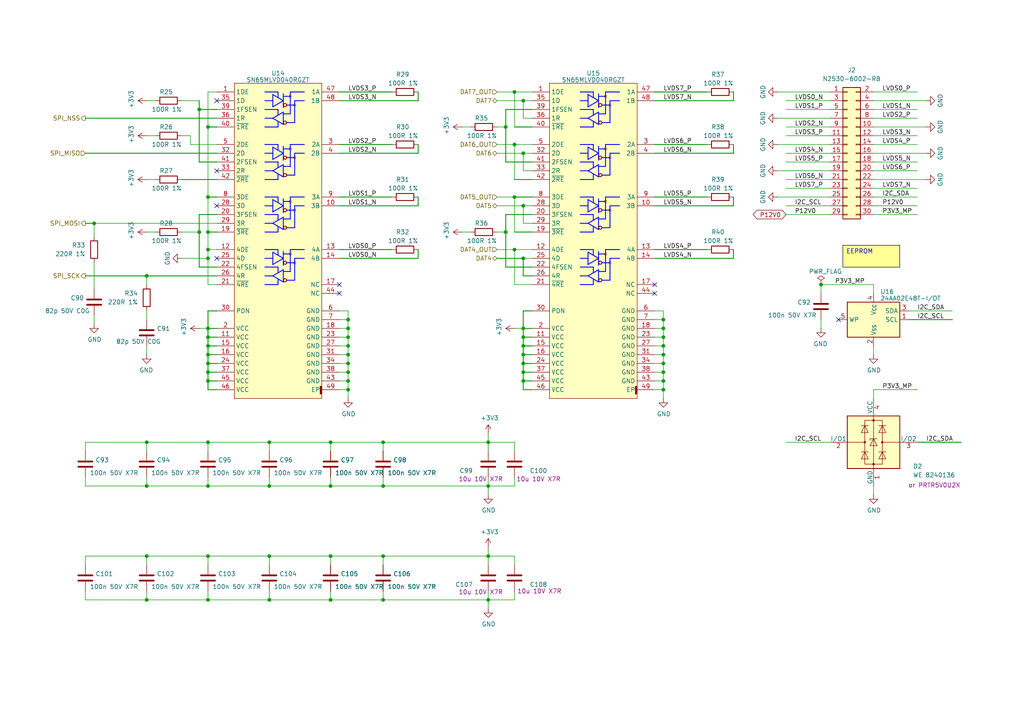
<source format=kicad_sch>
(kicad_sch (version 20250114) (generator "eeschema") (generator_version "9.0")
  (paper "A4")
  (lib_symbols
    (symbol "Connector_Generic:Conn_02x15_Odd_Even" (pin_names (offset 1.016) (hide yes))
      (property "Reference" "J" (at 1.27 20.32 0))
      (property "Value" "Conn_02x15_Odd_Even" (at 1.27 -20.32 0))
      (symbol "Conn_02x15_Odd_Even_1_1"
        (pin passive line (at -5.08 17.78 0) (length 3.81) (name "Pin_1") (number "1"))
        (pin passive line (at -5.08 15.24 0) (length 3.81) (name "Pin_3") (number "3"))
        (pin passive line (at -5.08 12.7 0) (length 3.81) (name "Pin_5") (number "5"))
        (pin passive line (at -5.08 10.16 0) (length 3.81) (name "Pin_7") (number "7"))
        (pin passive line (at -5.08 7.62 0) (length 3.81) (name "Pin_9") (number "9"))
        (pin passive line (at -5.08 5.08 0) (length 3.81) (name "Pin_11") (number "11"))
        (pin passive line (at -5.08 2.54 0) (length 3.81) (name "Pin_13") (number "13"))
        (pin passive line (at -5.08 0 0) (length 3.81) (name "Pin_15") (number "15"))
        (pin passive line (at -5.08 -2.54 0) (length 3.81) (name "Pin_17") (number "17"))
        (pin passive line (at -5.08 -5.08 0) (length 3.81) (name "Pin_19") (number "19"))
        (pin passive line (at -5.08 -7.62 0) (length 3.81) (name "Pin_21") (number "21"))
        (pin passive line (at -5.08 -10.16 0) (length 3.81) (name "Pin_23") (number "23"))
        (pin passive line (at -5.08 -12.7 0) (length 3.81) (name "Pin_25") (number "25"))
        (pin passive line (at -5.08 -15.24 0) (length 3.81) (name "Pin_27") (number "27"))
        (pin passive line (at -5.08 -17.78 0) (length 3.81) (name "Pin_29") (number "29"))
        (pin passive line (at 7.62 17.78 180) (length 3.81) (name "Pin_2") (number "2"))
        (pin passive line (at 7.62 15.24 180) (length 3.81) (name "Pin_4") (number "4"))
        (pin passive line (at 7.62 12.7 180) (length 3.81) (name "Pin_6") (number "6"))
        (pin passive line (at 7.62 10.16 180) (length 3.81) (name "Pin_8") (number "8"))
        (pin passive line (at 7.62 7.62 180) (length 3.81) (name "Pin_10") (number "10"))
        (pin passive line (at 7.62 5.08 180) (length 3.81) (name "Pin_12") (number "12"))
        (pin passive line (at 7.62 2.54 180) (length 3.81) (name "Pin_14") (number "14"))
        (pin passive line (at 7.62 0 180) (length 3.81) (name "Pin_16") (number "16"))
        (pin passive line (at 7.62 -2.54 180) (length 3.81) (name "Pin_18") (number "18"))
        (pin passive line (at 7.62 -5.08 180) (length 3.81) (name "Pin_20") (number "20"))
        (pin passive line (at 7.62 -7.62 180) (length 3.81) (name "Pin_22") (number "22"))
        (pin passive line (at 7.62 -10.16 180) (length 3.81) (name "Pin_24") (number "24"))
        (pin passive line (at 7.62 -12.7 180) (length 3.81) (name "Pin_26") (number "26"))
        (pin passive line (at 7.62 -15.24 180) (length 3.81) (name "Pin_28") (number "28"))
        (pin passive line (at 7.62 -17.78 180) (length 3.81) (name "Pin_30") (number "30"))
      )
    )
    (symbol "Device:C" (pin_numbers (hide yes)) (pin_names (offset 0.254))
      (property "Reference" "C" (at 0.635 2.54 0))
      (property "Value" "C" (at 0.635 -2.54 0))
      (symbol "C_1_1"
        (pin passive line (at 0 3.81 270) (length 2.794) (name "~") (number "1"))
        (pin passive line (at 0 -3.81 90) (length 2.794) (name "~") (number "2"))
      )
    )
    (symbol "Device:R" (pin_numbers (hide yes)) (pin_names (offset 0))
      (property "Reference" "R" (at 2.032 0 90))
      (property "Value" "R" (at 0 0 90))
      (symbol "R_1_1"
        (pin passive line (at 0 3.81 270) (length 1.27) (name "~") (number "1"))
        (pin passive line (at 0 -3.81 90) (length 1.27) (name "~") (number "2"))
      )
    )
    (symbol "Memory_EEPROM:24AA02-OT"
      (property "Reference" "U" (at -7.62 6.35 0))
      (property "Value" "24AA02-OT" (at 2.54 -6.35 0))
      (symbol "24AA02-OT_1_1"
        (pin input line (at -10.16 0 0) (length 2.54) (name "WP") (number "5"))
        (pin power_in line (at 0 7.62 270) (length 2.54) (name "V_{CC}") (number "4"))
        (pin power_in line (at 0 -7.62 90) (length 2.54) (name "V_{SS}") (number "2"))
        (pin bidirectional line (at 10.16 2.54 180) (length 2.54) (name "SDA") (number "3"))
        (pin input line (at 10.16 0 180) (length 2.54) (name "SCL") (number "1"))
      )
    )
    (symbol "Power_Protection:PRTR5V0U2X" (pin_names (offset 0))
      (property "Reference" "D" (at 2.794 8.636 0))
      (property "Value" "PRTR5V0U2X" (at 8.128 -9.398 0))
      (symbol "PRTR5V0U2X_1_1"
        (pin passive line (at -12.7 0 0) (length 5.08) (name "I/O1") (number "2"))
        (pin passive line (at 0 12.7 270) (length 5.08) (name "VCC") (number "4"))
        (pin passive line (at 0 -12.7 90) (length 5.08) (name "GND") (number "1"))
        (pin passive line (at 12.7 0 180) (length 5.08) (name "I/O2") (number "3"))
      )
    )
    (symbol "ff:SN65MLVD040"
      (property "Reference" "U" (at 0 0 0))
      (property "Value" "SN65MLVD040RGZT" (at 0 0 0))
      (symbol "SN65MLVD040_1_0"
        (pin input line (at -5.08 -2.54 0) (length 5.08) (name "1DE") (number "1"))
        (pin input line (at -5.08 -5.08 0) (length 5.08) (name "1D") (number "35"))
        (pin input line (at -5.08 -7.62 0) (length 5.08) (name "1FSEN") (number "39"))
        (pin output line (at -5.08 -10.16 0) (length 5.08) (name "1R") (number "36"))
        (pin input line (at -5.08 -12.7 0) (length 5.08) (name "~{1RE}") (number "40"))
        (pin input line (at -5.08 -17.78 0) (length 5.08) (name "2DE") (number "5"))
        (pin input line (at -5.08 -20.32 0) (length 5.08) (name "2D") (number "32"))
        (pin input line (at -5.08 -22.86 0) (length 5.08) (name "2FSEN") (number "41"))
        (pin output line (at -5.08 -25.4 0) (length 5.08) (name "2R") (number "33"))
        (pin input line (at -5.08 -27.94 0) (length 5.08) (name "~{2RE}") (number "42"))
        (pin input line (at -5.08 -33.02 0) (length 5.08) (name "3DE") (number "8"))
        (pin input line (at -5.08 -35.56 0) (length 5.08) (name "3D") (number "28"))
        (pin input line (at -5.08 -38.1 0) (length 5.08) (name "3FSEN") (number "20"))
        (pin output line (at -5.08 -40.64 0) (length 5.08) (name "3R") (number "29"))
        (pin input line (at -5.08 -43.18 0) (length 5.08) (name "~{3RE}") (number "19"))
        (pin input line (at -5.08 -48.26 0) (length 5.08) (name "4DE") (number "12"))
        (pin input line (at -5.08 -50.8 0) (length 5.08) (name "4D") (number "25"))
        (pin input line (at -5.08 -53.34 0) (length 5.08) (name "4FSEN") (number "22"))
        (pin output line (at -5.08 -55.88 0) (length 5.08) (name "4R") (number "26"))
        (pin input line (at -5.08 -58.42 0) (length 5.08) (name "~{4RE}") (number "21"))
        (pin input line (at -5.08 -66.04 0) (length 5.08) (name "PDN") (number "30"))
        (pin power_in line (at -5.08 -71.12 0) (length 5.08) (name "VCC") (number "2"))
        (pin power_in line (at -5.08 -73.66 0) (length 5.08) (name "VCC") (number "11"))
        (pin power_in line (at -5.08 -76.2 0) (length 5.08) (name "VCC") (number "15"))
        (pin power_in line (at -5.08 -78.74 0) (length 5.08) (name "VCC") (number "16"))
        (pin power_in line (at -5.08 -81.28 0) (length 5.08) (name "VCC") (number "24"))
        (pin power_in line (at -5.08 -83.82 0) (length 5.08) (name "VCC") (number "37"))
        (pin power_in line (at -5.08 -86.36 0) (length 5.08) (name "VCC") (number "45"))
        (pin power_in line (at -5.08 -88.9 0) (length 5.08) (name "VCC") (number "46"))
        (pin bidirectional line (at 30.48 -2.54 180) (length 5.08) (name "1A") (number "47"))
        (pin bidirectional line (at 30.48 -5.08 180) (length 5.08) (name "1B") (number "48"))
        (pin bidirectional line (at 30.48 -17.78 180) (length 5.08) (name "2A") (number "3"))
        (pin bidirectional line (at 30.48 -20.32 180) (length 5.08) (name "2B") (number "4"))
        (pin bidirectional line (at 30.48 -33.02 180) (length 5.08) (name "3A") (number "9"))
        (pin bidirectional line (at 30.48 -35.56 180) (length 5.08) (name "3B") (number "10"))
        (pin bidirectional line (at 30.48 -48.26 180) (length 5.08) (name "4A") (number "13"))
        (pin bidirectional line (at 30.48 -50.8 180) (length 5.08) (name "4B") (number "14"))
        (pin passive line (at 30.48 -58.42 180) (length 5.08) (name "NC") (number "17"))
        (pin passive line (at 30.48 -60.96 180) (length 5.08) (name "NC") (number "44"))
        (pin power_in line (at 30.48 -66.04 180) (length 5.08) (name "GND") (number "6"))
        (pin power_in line (at 30.48 -68.58 180) (length 5.08) (name "GND") (number "7"))
        (pin power_in line (at 30.48 -71.12 180) (length 5.08) (name "GND") (number "18"))
        (pin power_in line (at 30.48 -73.66 180) (length 5.08) (name "GND") (number "23"))
        (pin power_in line (at 30.48 -76.2 180) (length 5.08) (name "GND") (number "27"))
        (pin power_in line (at 30.48 -78.74 180) (length 5.08) (name "GND") (number "31"))
        (pin power_in line (at 30.48 -81.28 180) (length 5.08) (name "GND") (number "34"))
        (pin power_in line (at 30.48 -83.82 180) (length 5.08) (name "GND") (number "38"))
        (pin power_in line (at 30.48 -86.36 180) (length 5.08) (name "GND") (number "43"))
        (pin power_in line (at 30.48 -88.9 180) (length 5.08) (name "EP") (number "49"))
      )
    )
    (symbol "power:+3V3" (power) (pin_numbers (hide yes)) (pin_names (offset 0) (hide yes))
      (property "Value" "+3V3" (at 0 3.556 0))
      (symbol "+3V3_1_1"
        (pin power_in line (at 0 0 90) (length 0) (name "~") (number "1"))
      )
    )
    (symbol "power:GND" (power) (pin_numbers (hide yes)) (pin_names (offset 0) (hide yes))
      (property "Value" "GND" (at 0 -3.81 0))
      (symbol "GND_1_1"
        (pin power_in line (at 0 0 270) (length 0) (name "~") (number "1"))
      )
    )
    (symbol "power:PWR_FLAG" (power) (pin_numbers (hide yes)) (pin_names (offset 0) (hide yes))
      (property "Value" "PWR_FLAG" (at 0 3.81 0))
      (symbol "PWR_FLAG_0_0"
        (pin power_out line (at 0 0 90) (length 0) (name "~") (number "1"))
      )
    )
  )
  (text_box "EEPROM\n" (at 244.475 71.12 0) (size 16.51 6.35) (margins 0.9525 0.9525 0.9525 0.9525) (stroke (width 0) (color 0 0 0 1)) (fill (type color) (color 255 255 150 1)) (effects (font (size 1.27 1.27)) (justify left top)))
  (junction (at 42.545 173.99))
  (junction (at 57.785 31.75))
  (junction (at 95.885 128.27))
  (junction (at 149.225 72.39))
  (junction (at 141.605 173.99))
  (junction (at 100.965 113.03))
  (junction (at 192.405 92.71))
  (junction (at 111.125 128.27))
  (junction (at 42.545 80.01))
  (junction (at 60.325 67.31))
  (junction (at 192.405 97.79))
  (junction (at 149.225 57.15))
  (junction (at 60.325 107.95))
  (junction (at 42.545 128.27))
  (junction (at 192.405 110.49))
  (junction (at 151.765 105.41))
  (junction (at 60.325 72.39))
  (junction (at 146.685 36.83))
  (junction (at 57.785 67.31))
  (junction (at 192.405 95.25))
  (junction (at 100.965 105.41))
  (junction (at 60.325 105.41))
  (junction (at 60.325 173.99))
  (junction (at 146.685 67.31))
  (junction (at 60.325 95.25))
  (junction (at 141.605 161.29))
  (junction (at 151.765 59.69))
  (junction (at 151.765 95.25))
  (junction (at 151.765 44.45))
  (junction (at 60.325 161.29))
  (junction (at 78.105 140.97))
  (junction (at 78.105 173.99))
  (junction (at 192.405 107.95))
  (junction (at 60.325 74.93))
  (junction (at 192.405 105.41))
  (junction (at 60.325 102.87))
  (junction (at 111.125 140.97))
  (junction (at 149.225 26.67))
  (junction (at 78.105 128.27))
  (junction (at 60.325 36.83))
  (junction (at 151.765 74.93))
  (junction (at 60.325 140.97))
  (junction (at 111.125 161.29))
  (junction (at 151.765 110.49))
  (junction (at 100.965 100.33))
  (junction (at 100.965 110.49))
  (junction (at 60.325 110.49))
  (junction (at 78.105 161.29))
  (junction (at 95.885 161.29))
  (junction (at 192.405 113.03))
  (junction (at 42.545 140.97))
  (junction (at 141.605 128.27))
  (junction (at 151.765 102.87))
  (junction (at 100.965 95.25))
  (junction (at 151.765 107.95))
  (junction (at 100.965 92.71))
  (junction (at 100.965 107.95))
  (junction (at 111.125 173.99))
  (junction (at 60.325 128.27))
  (junction (at 42.545 161.29))
  (junction (at 60.325 57.15))
  (junction (at 238.125 82.55))
  (junction (at 141.605 140.97))
  (junction (at 192.405 102.87))
  (junction (at 95.885 173.99))
  (junction (at 60.325 97.79))
  (junction (at 100.965 102.87))
  (junction (at 60.325 100.33))
  (junction (at 151.765 97.79))
  (junction (at 149.225 41.91))
  (junction (at 95.885 140.97))
  (junction (at 27.305 64.77))
  (junction (at 192.405 100.33))
  (junction (at 100.965 97.79))
  (junction (at 151.765 29.21))
  (junction (at 151.765 100.33))
  (no_connect (at 98.425 85.09))
  (no_connect (at 62.865 59.69))
  (no_connect (at 62.865 49.53))
  (no_connect (at 189.865 82.55))
  (no_connect (at 189.865 85.09))
  (no_connect (at 243.205 92.71))
  (no_connect (at 62.865 29.21))
  (no_connect (at 62.865 74.93))
  (no_connect (at 98.425 82.55))
  (wire (pts (xy 24.765 171.45) (xy 24.765 173.99)))
  (wire (pts (xy 100.965 113.03) (xy 100.965 110.49)))
  (wire (pts (xy 227.965 46.99) (xy 240.665 46.99)))
  (wire (pts (xy 57.785 31.75) (xy 57.785 29.21)) (stroke (width 0.254)))
  (wire (pts (xy 141.605 125.73) (xy 141.605 128.27)))
  (wire (pts (xy 98.425 105.41) (xy 100.965 105.41)))
  (wire (pts (xy 212.725 44.45) (xy 212.725 41.91)) (stroke (width 0.254)))
  (wire (pts (xy 151.765 97.79) (xy 154.305 97.79)) (stroke (width 0.254)))
  (wire (pts (xy 24.765 173.99) (xy 42.545 173.99)))
  (wire (pts (xy 78.105 128.27) (xy 95.885 128.27)))
  (wire (pts (xy 189.865 105.41) (xy 192.405 105.41)))
  (wire (pts (xy 27.305 76.2) (xy 27.305 83.82)))
  (wire (pts (xy 57.785 31.75) (xy 57.785 46.99)) (stroke (width 0.254)))
  (wire (pts (xy 98.425 100.33) (xy 100.965 100.33)))
  (wire (pts (xy 151.765 80.01) (xy 154.305 80.01)) (stroke (width 0.254)))
  (wire (pts (xy 62.865 31.75) (xy 57.785 31.75)) (stroke (width 0.254)))
  (wire (pts (xy 60.325 105.41) (xy 60.325 102.87)) (stroke (width 0.254)))
  (wire (pts (xy 42.545 171.45) (xy 42.545 173.99)))
  (wire (pts (xy 98.425 41.91) (xy 113.665 41.91)) (stroke (width 0.254)))
  (wire (pts (xy 189.865 26.67) (xy 205.105 26.67)) (stroke (width 0.254)))
  (wire (pts (xy 263.525 90.17) (xy 276.225 90.17)))
  (wire (pts (xy 136.525 36.83) (xy 133.985 36.83)))
  (wire (pts (xy 144.145 41.91) (xy 149.225 41.91)))
  (wire (pts (xy 42.545 161.29) (xy 42.545 163.83)))
  (wire (pts (xy 42.545 67.31) (xy 45.085 67.31)))
  (wire (pts (xy 121.285 29.21) (xy 121.285 26.67)) (stroke (width 0.254)))
  (wire (pts (xy 225.425 57.15) (xy 240.665 57.15)))
  (wire (pts (xy 60.325 171.45) (xy 60.325 173.99)))
  (wire (pts (xy 154.305 100.33) (xy 151.765 100.33)) (stroke (width 0.254)))
  (wire (pts (xy 146.685 31.75) (xy 154.305 31.75)) (stroke (width 0.254)))
  (wire (pts (xy 189.865 29.21) (xy 212.725 29.21)) (stroke (width 0.254)))
  (wire (pts (xy 149.225 67.31) (xy 154.305 67.31)) (stroke (width 0.254)))
  (wire (pts (xy 151.765 29.21) (xy 154.305 29.21)))
  (wire (pts (xy 42.545 138.43) (xy 42.545 140.97)))
  (wire (pts (xy 24.765 80.01) (xy 42.545 80.01)) (stroke (width 0.254)))
  (wire (pts (xy 212.725 29.21) (xy 212.725 26.67)) (stroke (width 0.254)))
  (wire (pts (xy 133.985 67.31) (xy 136.525 67.31)))
  (wire (pts (xy 98.425 95.25) (xy 100.965 95.25)))
  (wire (pts (xy 95.885 140.97) (xy 111.125 140.97)))
  (wire (pts (xy 151.765 90.17) (xy 151.765 95.25)) (stroke (width 0.254)))
  (wire (pts (xy 227.965 128.27) (xy 240.665 128.27)))
  (wire (pts (xy 225.425 41.91) (xy 240.665 41.91)))
  (wire (pts (xy 111.125 128.27) (xy 141.605 128.27)))
  (wire (pts (xy 189.865 59.69) (xy 212.725 59.69)) (stroke (width 0.254)))
  (wire (pts (xy 60.325 74.93) (xy 60.325 82.55)))
  (wire (pts (xy 60.325 110.49) (xy 60.325 107.95)) (stroke (width 0.254)))
  (wire (pts (xy 192.405 100.33) (xy 192.405 97.79)))
  (wire (pts (xy 253.365 102.87) (xy 253.365 100.33)))
  (wire (pts (xy 151.765 95.25) (xy 154.305 95.25)) (stroke (width 0.254)))
  (wire (pts (xy 98.425 29.21) (xy 121.285 29.21)) (stroke (width 0.254)))
  (wire (pts (xy 189.865 95.25) (xy 192.405 95.25)))
  (wire (pts (xy 98.425 44.45) (xy 121.285 44.45)) (stroke (width 0.254)))
  (wire (pts (xy 225.425 26.67) (xy 240.665 26.67)))
  (wire (pts (xy 225.425 34.29) (xy 240.665 34.29)))
  (wire (pts (xy 98.425 102.87) (xy 100.965 102.87)))
  (wire (pts (xy 189.865 97.79) (xy 192.405 97.79)))
  (wire (pts (xy 151.765 102.87) (xy 151.765 100.33)) (stroke (width 0.254)))
  (wire (pts (xy 141.605 140.97) (xy 141.605 138.43)))
  (wire (pts (xy 100.965 92.71) (xy 100.965 90.17)))
  (wire (pts (xy 253.365 49.53) (xy 266.065 49.53)))
  (wire (pts (xy 78.105 140.97) (xy 95.885 140.97)))
  (wire (pts (xy 95.885 173.99) (xy 111.125 173.99)))
  (wire (pts (xy 149.225 128.27) (xy 149.225 130.81)))
  (wire (pts (xy 42.545 161.29) (xy 60.325 161.29)))
  (wire (pts (xy 60.325 173.99) (xy 78.105 173.99)))
  (wire (pts (xy 154.305 64.77) (xy 151.765 64.77)))
  (wire (pts (xy 98.425 107.95) (xy 100.965 107.95)))
  (wire (pts (xy 154.305 74.93) (xy 151.765 74.93)))
  (wire (pts (xy 24.765 161.29) (xy 24.765 163.83)))
  (wire (pts (xy 98.425 26.67) (xy 113.665 26.67)) (stroke (width 0.254)))
  (wire (pts (xy 95.885 171.45) (xy 95.885 173.99)))
  (wire (pts (xy 253.365 62.23) (xy 266.065 62.23)))
  (wire (pts (xy 227.965 39.37) (xy 240.665 39.37)))
  (wire (pts (xy 62.865 100.33) (xy 60.325 100.33)) (stroke (width 0.254)))
  (wire (pts (xy 154.305 90.17) (xy 151.765 90.17)) (stroke (width 0.254)))
  (wire (pts (xy 253.365 52.07) (xy 268.605 52.07)))
  (wire (pts (xy 60.325 97.79) (xy 60.325 95.25)) (stroke (width 0.254)))
  (wire (pts (xy 57.785 77.47) (xy 62.865 77.47)) (stroke (width 0.254)))
  (wire (pts (xy 151.765 34.29) (xy 151.765 29.21)))
  (wire (pts (xy 60.325 72.39) (xy 60.325 74.93)))
  (wire (pts (xy 27.305 91.44) (xy 27.305 93.98)))
  (wire (pts (xy 62.865 90.17) (xy 60.325 90.17)) (stroke (width 0.254)))
  (wire (pts (xy 24.765 64.77) (xy 27.305 64.77)) (stroke (width 0.254)))
  (wire (pts (xy 45.085 29.21) (xy 42.545 29.21)))
  (wire (pts (xy 24.765 138.43) (xy 24.765 140.97)))
  (wire (pts (xy 62.865 110.49) (xy 60.325 110.49)) (stroke (width 0.254)))
  (wire (pts (xy 144.145 57.15) (xy 149.225 57.15)))
  (wire (pts (xy 253.365 82.55) (xy 253.365 85.09)))
  (wire (pts (xy 149.225 26.67) (xy 154.305 26.67)))
  (wire (pts (xy 57.785 67.31) (xy 57.785 77.47)) (stroke (width 0.254)))
  (wire (pts (xy 212.725 74.93) (xy 212.725 72.39)) (stroke (width 0.254)))
  (wire (pts (xy 212.725 59.69) (xy 212.725 57.15)) (stroke (width 0.254)))
  (wire (pts (xy 192.405 107.95) (xy 192.405 105.41)))
  (wire (pts (xy 45.085 52.07) (xy 42.545 52.07)))
  (wire (pts (xy 151.765 105.41) (xy 151.765 102.87)) (stroke (width 0.254)))
  (wire (pts (xy 149.225 82.55) (xy 154.305 82.55)))
  (wire (pts (xy 141.605 128.27) (xy 141.605 130.81)))
  (wire (pts (xy 24.765 140.97) (xy 42.545 140.97)))
  (wire (pts (xy 42.545 128.27) (xy 42.545 130.81)))
  (wire (pts (xy 27.305 64.77) (xy 62.865 64.77)))
  (wire (pts (xy 146.685 62.23) (xy 146.685 67.31)) (stroke (width 0.254)))
  (wire (pts (xy 57.785 62.23) (xy 57.785 67.31)) (stroke (width 0.254)))
  (wire (pts (xy 60.325 138.43) (xy 60.325 140.97)))
  (wire (pts (xy 42.545 173.99) (xy 60.325 173.99)))
  (wire (pts (xy 121.285 59.69) (xy 121.285 57.15)) (stroke (width 0.254)))
  (wire (pts (xy 98.425 110.49) (xy 100.965 110.49)))
  (wire (pts (xy 144.145 74.93) (xy 151.765 74.93)) (stroke (width 0.254)))
  (wire (pts (xy 149.225 95.25) (xy 151.765 95.25)))
  (wire (pts (xy 95.885 163.83) (xy 95.885 161.29)))
  (wire (pts (xy 189.865 72.39) (xy 205.105 72.39)) (stroke (width 0.254)))
  (wire (pts (xy 151.765 44.45) (xy 154.305 44.45)))
  (wire (pts (xy 149.225 36.83) (xy 154.305 36.83)) (stroke (width 0.254)))
  (wire (pts (xy 154.305 34.29) (xy 151.765 34.29)))
  (wire (pts (xy 60.325 107.95) (xy 60.325 105.41)) (stroke (width 0.254)))
  (wire (pts (xy 100.965 90.17) (xy 98.425 90.17)))
  (wire (pts (xy 98.425 57.15) (xy 113.665 57.15)) (stroke (width 0.254)))
  (wire (pts (xy 60.325 57.15) (xy 60.325 67.31)))
  (wire (pts (xy 149.225 57.15) (xy 154.305 57.15)) (stroke (width 0.254)))
  (wire (pts (xy 60.325 113.03) (xy 60.325 110.49)) (stroke (width 0.254)))
  (wire (pts (xy 60.325 36.83) (xy 62.865 36.83)) (stroke (width 0.254)))
  (wire (pts (xy 144.145 72.39) (xy 149.225 72.39)))
  (wire (pts (xy 227.965 44.45) (xy 240.665 44.45)))
  (wire (pts (xy 121.285 74.93) (xy 121.285 72.39)) (stroke (width 0.254)))
  (wire (pts (xy 151.765 107.95) (xy 151.765 105.41)) (stroke (width 0.254)))
  (wire (pts (xy 78.105 161.29) (xy 95.885 161.29)))
  (wire (pts (xy 60.325 36.83) (xy 60.325 57.15)))
  (wire (pts (xy 253.365 113.03) (xy 253.365 115.57)))
  (wire (pts (xy 227.965 31.75) (xy 240.665 31.75)))
  (wire (pts (xy 238.125 82.55) (xy 253.365 82.55)))
  (wire (pts (xy 95.885 130.81) (xy 95.885 128.27)))
  (wire (pts (xy 42.545 80.01) (xy 62.865 80.01)) (stroke (width 0.254)))
  (wire (pts (xy 57.785 95.25) (xy 60.325 95.25)))
  (wire (pts (xy 151.765 64.77) (xy 151.765 59.69)))
  (wire (pts (xy 141.605 140.97) (xy 149.225 140.97)))
  (wire (pts (xy 149.225 52.07) (xy 154.305 52.07)) (stroke (width 0.254)))
  (wire (pts (xy 227.965 29.21) (xy 240.665 29.21)))
  (wire (pts (xy 24.765 128.27) (xy 24.765 130.81)))
  (wire (pts (xy 238.125 82.55) (xy 238.125 85.09)))
  (wire (pts (xy 52.705 39.37) (xy 55.245 39.37)))
  (wire (pts (xy 60.325 67.31) (xy 62.865 67.31)) (stroke (width 0.254)))
  (wire (pts (xy 227.965 62.23) (xy 240.665 62.23)))
  (wire (pts (xy 55.245 39.37) (xy 55.245 41.91)))
  (wire (pts (xy 141.605 143.51) (xy 141.605 140.97)))
  (wire (pts (xy 253.365 41.91) (xy 266.065 41.91)))
  (wire (pts (xy 144.145 44.45) (xy 151.765 44.45)))
  (wire (pts (xy 149.225 26.67) (xy 149.225 36.83)))
  (wire (pts (xy 62.865 62.23) (xy 57.785 62.23)) (stroke (width 0.254)))
  (wire (pts (xy 253.365 44.45) (xy 268.605 44.45)))
  (wire (pts (xy 192.405 95.25) (xy 192.405 92.71)))
  (wire (pts (xy 27.305 64.77) (xy 27.305 68.58)))
  (wire (pts (xy 52.705 52.07) (xy 62.865 52.07)) (stroke (width 0.254)))
  (wire (pts (xy 192.405 105.41) (xy 192.405 102.87)))
  (wire (pts (xy 238.125 95.25) (xy 238.125 92.71)))
  (wire (pts (xy 154.305 110.49) (xy 151.765 110.49)) (stroke (width 0.254)))
  (wire (pts (xy 98.425 72.39) (xy 113.665 72.39)) (stroke (width 0.254)))
  (wire (pts (xy 154.305 49.53) (xy 151.765 49.53)))
  (wire (pts (xy 24.765 161.29) (xy 42.545 161.29)))
  (wire (pts (xy 149.225 140.97) (xy 149.225 138.43)))
  (wire (pts (xy 151.765 113.03) (xy 151.765 110.49)) (stroke (width 0.254)))
  (wire (pts (xy 253.365 26.67) (xy 266.065 26.67)))
  (wire (pts (xy 149.225 41.91) (xy 149.225 52.07)))
  (wire (pts (xy 192.405 113.03) (xy 192.405 110.49)))
  (wire (pts (xy 95.885 161.29) (xy 111.125 161.29)))
  (wire (pts (xy 192.405 90.17) (xy 189.865 90.17)))
  (wire (pts (xy 189.865 92.71) (xy 192.405 92.71)))
  (wire (pts (xy 100.965 97.79) (xy 100.965 95.25)))
  (wire (pts (xy 55.245 41.91) (xy 62.865 41.91)))
  (wire (pts (xy 189.865 57.15) (xy 205.105 57.15)) (stroke (width 0.254)))
  (wire (pts (xy 62.865 46.99) (xy 57.785 46.99)) (stroke (width 0.254)))
  (wire (pts (xy 192.405 110.49) (xy 192.405 107.95)))
  (wire (pts (xy 151.765 107.95) (xy 154.305 107.95)) (stroke (width 0.254)))
  (wire (pts (xy 253.365 39.37) (xy 266.065 39.37)))
  (wire (pts (xy 151.765 74.93) (xy 151.765 80.01)))
  (wire (pts (xy 52.705 29.21) (xy 57.785 29.21)))
  (wire (pts (xy 253.365 34.29) (xy 266.065 34.29)))
  (wire (pts (xy 146.685 36.83) (xy 146.685 46.99)) (stroke (width 0.254)))
  (wire (pts (xy 189.865 107.95) (xy 192.405 107.95)))
  (wire (pts (xy 141.605 173.99) (xy 141.605 171.45)))
  (wire (pts (xy 192.405 102.87) (xy 192.405 100.33)))
  (wire (pts (xy 253.365 143.51) (xy 253.365 140.97)))
  (wire (pts (xy 60.325 90.17) (xy 60.325 95.25)) (stroke (width 0.254)))
  (wire (pts (xy 98.425 92.71) (xy 100.965 92.71)))
  (wire (pts (xy 98.425 59.69) (xy 121.285 59.69)) (stroke (width 0.254)))
  (wire (pts (xy 60.325 128.27) (xy 60.325 130.81)))
  (wire (pts (xy 144.145 26.67) (xy 149.225 26.67)))
  (wire (pts (xy 144.145 29.21) (xy 151.765 29.21)))
  (wire (pts (xy 154.305 46.99) (xy 146.685 46.99)) (stroke (width 0.254)))
  (wire (pts (xy 60.325 97.79) (xy 62.865 97.79)) (stroke (width 0.254)))
  (wire (pts (xy 189.865 102.87) (xy 192.405 102.87)))
  (wire (pts (xy 60.325 82.55) (xy 62.865 82.55)))
  (wire (pts (xy 189.865 44.45) (xy 212.725 44.45)) (stroke (width 0.254)))
  (wire (pts (xy 95.885 128.27) (xy 111.125 128.27)))
  (wire (pts (xy 111.125 138.43) (xy 111.125 140.97)))
  (wire (pts (xy 253.365 54.61) (xy 266.065 54.61)))
  (wire (pts (xy 60.325 128.27) (xy 78.105 128.27)))
  (wire (pts (xy 42.545 100.33) (xy 42.545 102.87)))
  (wire (pts (xy 253.365 36.83) (xy 268.605 36.83)))
  (wire (pts (xy 141.605 128.27) (xy 149.225 128.27)))
  (wire (pts (xy 146.685 77.47) (xy 154.305 77.47)) (stroke (width 0.254)))
  (wire (pts (xy 78.105 161.29) (xy 78.105 163.83)))
  (wire (pts (xy 111.125 161.29) (xy 111.125 163.83)))
  (wire (pts (xy 151.765 100.33) (xy 151.765 97.79)) (stroke (width 0.254)))
  (wire (pts (xy 225.425 49.53) (xy 240.665 49.53)))
  (wire (pts (xy 98.425 97.79) (xy 100.965 97.79)))
  (wire (pts (xy 111.125 173.99) (xy 141.605 173.99)))
  (wire (pts (xy 192.405 115.57) (xy 192.405 113.03)))
  (wire (pts (xy 52.705 67.31) (xy 57.785 67.31)))
  (wire (pts (xy 78.105 173.99) (xy 95.885 173.99)))
  (wire (pts (xy 154.305 113.03) (xy 151.765 113.03)) (stroke (width 0.254)))
  (wire (pts (xy 62.865 113.03) (xy 60.325 113.03)) (stroke (width 0.254)))
  (wire (pts (xy 141.605 158.75) (xy 141.605 161.29)))
  (wire (pts (xy 192.405 97.79) (xy 192.405 95.25)))
  (wire (pts (xy 227.965 52.07) (xy 240.665 52.07)))
  (wire (pts (xy 60.325 161.29) (xy 60.325 163.83)))
  (wire (pts (xy 146.685 31.75) (xy 146.685 36.83)) (stroke (width 0.254)))
  (wire (pts (xy 146.685 67.31) (xy 146.685 77.47)) (stroke (width 0.254)))
  (wire (pts (xy 151.765 59.69) (xy 154.305 59.69)))
  (wire (pts (xy 100.965 107.95) (xy 100.965 105.41)))
  (wire (pts (xy 98.425 74.93) (xy 121.285 74.93)) (stroke (width 0.254)))
  (wire (pts (xy 189.865 100.33) (xy 192.405 100.33)))
  (wire (pts (xy 100.965 115.57) (xy 100.965 113.03)))
  (wire (pts (xy 60.325 67.31) (xy 60.325 72.39)))
  (wire (pts (xy 42.545 80.01) (xy 42.545 82.55)))
  (wire (pts (xy 24.765 44.45) (xy 62.865 44.45)) (stroke (width 0.254)))
  (wire (pts (xy 266.065 128.27) (xy 278.765 128.27)) (stroke (width 0.254)))
  (wire (pts (xy 111.125 171.45) (xy 111.125 173.99)))
  (wire (pts (xy 42.545 128.27) (xy 60.325 128.27)))
  (wire (pts (xy 60.325 26.67) (xy 62.865 26.67)))
  (wire (pts (xy 78.105 138.43) (xy 78.105 140.97)))
  (wire (pts (xy 253.365 31.75) (xy 266.065 31.75)))
  (wire (pts (xy 144.145 67.31) (xy 146.685 67.31)))
  (wire (pts (xy 141.605 176.53) (xy 141.605 173.99)))
  (wire (pts (xy 144.145 36.83) (xy 146.685 36.83)))
  (wire (pts (xy 149.225 72.39) (xy 154.305 72.39)))
  (wire (pts (xy 100.965 102.87) (xy 100.965 100.33)))
  (wire (pts (xy 60.325 57.15) (xy 62.865 57.15)) (stroke (width 0.254)))
  (wire (pts (xy 227.965 36.83) (xy 240.665 36.83)))
  (wire (pts (xy 227.965 59.69) (xy 240.665 59.69)))
  (wire (pts (xy 189.865 41.91) (xy 205.105 41.91)) (stroke (width 0.254)))
  (wire (pts (xy 98.425 113.03) (xy 100.965 113.03)))
  (wire (pts (xy 149.225 57.15) (xy 149.225 67.31)))
  (wire (pts (xy 78.105 128.27) (xy 78.105 130.81)))
  (wire (pts (xy 146.685 62.23) (xy 154.305 62.23)) (stroke (width 0.254)))
  (wire (pts (xy 78.105 171.45) (xy 78.105 173.99)))
  (wire (pts (xy 151.765 102.87) (xy 154.305 102.87)) (stroke (width 0.254)))
  (wire (pts (xy 60.325 102.87) (xy 60.325 100.33)) (stroke (width 0.254)))
  (wire (pts (xy 141.605 173.99) (xy 149.225 173.99)))
  (wire (pts (xy 192.405 92.71) (xy 192.405 90.17)))
  (wire (pts (xy 60.325 107.95) (xy 62.865 107.95)) (stroke (width 0.254)))
  (wire (pts (xy 253.365 29.21) (xy 268.605 29.21)))
  (wire (pts (xy 60.325 72.39) (xy 62.865 72.39)))
  (wire (pts (xy 100.965 105.41) (xy 100.965 102.87)))
  (wire (pts (xy 151.765 97.79) (xy 151.765 95.25)) (stroke (width 0.254)))
  (wire (pts (xy 253.365 57.15) (xy 266.065 57.15)))
  (wire (pts (xy 95.885 138.43) (xy 95.885 140.97)))
  (wire (pts (xy 111.125 140.97) (xy 141.605 140.97)))
  (wire (pts (xy 100.965 100.33) (xy 100.965 97.79)))
  (wire (pts (xy 111.125 161.29) (xy 141.605 161.29)))
  (wire (pts (xy 100.965 95.25) (xy 100.965 92.71)))
  (wire (pts (xy 42.545 140.97) (xy 60.325 140.97)))
  (wire (pts (xy 62.865 105.41) (xy 60.325 105.41)) (stroke (width 0.254)))
  (wire (pts (xy 141.605 161.29) (xy 149.225 161.29)))
  (wire (pts (xy 149.225 173.99) (xy 149.225 171.45)))
  (wire (pts (xy 42.545 90.17) (xy 42.545 92.71)))
  (wire (pts (xy 60.325 26.67) (xy 60.325 36.83)))
  (wire (pts (xy 154.305 41.91) (xy 149.225 41.91)))
  (wire (pts (xy 253.365 113.03) (xy 266.065 113.03)))
  (wire (pts (xy 144.145 59.69) (xy 151.765 59.69)))
  (wire (pts (xy 52.705 74.93) (xy 60.325 74.93)))
  (wire (pts (xy 60.325 102.87) (xy 62.865 102.87)) (stroke (width 0.254)))
  (wire (pts (xy 60.325 140.97) (xy 78.105 140.97)))
  (wire (pts (xy 189.865 113.03) (xy 192.405 113.03)))
  (wire (pts (xy 121.285 44.45) (xy 121.285 41.91)) (stroke (width 0.254)))
  (wire (pts (xy 227.965 54.61) (xy 240.665 54.61)))
  (wire (pts (xy 149.225 72.39) (xy 149.225 82.55)))
  (wire (pts (xy 60.325 95.25) (xy 62.865 95.25)) (stroke (width 0.254)))
  (wire (pts (xy 100.965 110.49) (xy 100.965 107.95)))
  (wire (pts (xy 151.765 74.93) (xy 151.765 80.01)) (stroke (width 0.254)))
  (wire (pts (xy 141.605 161.29) (xy 141.605 163.83)))
  (wire (pts (xy 45.085 39.37) (xy 42.545 39.37)))
  (wire (pts (xy 24.765 128.27) (xy 42.545 128.27)))
  (wire (pts (xy 151.765 49.53) (xy 151.765 44.45)))
  (wire (pts (xy 263.525 92.71) (xy 276.225 92.71)) (stroke (width 0.254)))
  (wire (pts (xy 60.325 100.33) (xy 60.325 97.79)) (stroke (width 0.254)))
  (wire (pts (xy 253.365 46.99) (xy 266.065 46.99)))
  (wire (pts (xy 151.765 110.49) (xy 151.765 107.95)) (stroke (width 0.254)))
  (wire (pts (xy 189.865 74.93) (xy 212.725 74.93)) (stroke (width 0.254)))
  (wire (pts (xy 24.765 34.29) (xy 62.865 34.29)) (stroke (width 0.254)))
  (wire (pts (xy 189.865 110.49) (xy 192.405 110.49)))
  (wire (pts (xy 111.125 128.27) (xy 111.125 130.81)))
  (wire (pts (xy 253.365 59.69) (xy 266.065 59.69)))
  (wire (pts (xy 149.225 161.29) (xy 149.225 163.83)))
  (wire (pts (xy 60.325 161.29) (xy 78.105 161.29)))
  (wire (pts (xy 154.305 105.41) (xy 151.765 105.41)) (stroke (width 0.254)))
  (label "LVDS3_N" (at 255.905 39.37 0))
  (label "I2C_SCL" (at 266.065 92.71 0))
  (label "P3V3_MP" (at 255.905 62.23 0))
  (label "LVDS0_P" (at 100.965 72.39 0))
  (label "P12V0" (at 255.905 59.69 0))
  (label "LVDS1_N" (at 255.905 31.75 0))
  (label "LVDS5_P" (at 192.405 57.15 0))
  (label "LVDS4_P" (at 255.905 41.91 0))
  (label "LVDS7_N" (at 255.905 54.61 0))
  (label "I2C_SDA" (at 255.905 57.15 0))
  (label "LVDS2_P" (at 255.905 34.29 0))
  (label "LVDS4_P" (at 192.405 72.39 0))
  (label "LVDS6_P" (at 255.905 49.53 0))
  (label "LVDS5_N" (at 255.905 46.99 0))
  (label "LVDS1_N" (at 100.965 59.69 0))
  (label "I2C_SDA" (at 268.605 128.27 0))
  (label "LVDS2_N" (at 230.505 36.83 0))
  (label "LVDS6_N" (at 230.505 52.07 0))
  (label "LVDS0_P" (at 255.905 26.67 0))
  (label "I2C_SCL" (at 230.505 128.27 0))
  (label "LVDS7_P" (at 230.505 54.61 0))
  (label "LVDS2_P" (at 100.965 41.91 0))
  (label "P3V3_MP" (at 255.905 113.03 0))
  (label "LVDS4_N" (at 230.505 44.45 0))
  (label "LVDS1_P" (at 230.505 31.75 0))
  (label "LVDS0_N" (at 230.505 29.21 0))
  (label "I2C_SCL" (at 230.505 59.69 0))
  (label "LVDS3_P" (at 100.965 26.67 0))
  (label "LVDS3_N" (at 100.965 29.21 0))
  (label "LVDS5_N" (at 192.405 59.69 0))
  (label "LVDS7_P" (at 192.405 26.67 0))
  (label "P12V0" (at 230.505 62.23 0))
  (label "P3V3_MP" (at 250.825 82.55 180))
  (label "LVDS3_P" (at 230.505 39.37 0))
  (label "LVDS6_P" (at 192.405 41.91 0))
  (label "LVDS7_N" (at 192.405 29.21 0))
  (label "LVDS6_N" (at 192.405 44.45 0))
  (label "LVDS2_N" (at 100.965 44.45 0))
  (label "I2C_SDA" (at 266.065 90.17 0))
  (label "LVDS4_N" (at 192.405 74.93 0))
  (label "LVDS1_P" (at 100.965 57.15 0))
  (label "LVDS0_N" (at 100.965 74.93 0))
  (label "LVDS5_P" (at 230.505 46.99 0))
  (global_label "P12V0" (shape bidirectional) (at 227.965 62.23 180) (property "Intersheetrefs" "${INTERSHEET_REFS}" (effects (hide yes))))
  (hierarchical_label "SPI_MOSI" (shape output) (at 24.765 64.77 180))
  (hierarchical_label "DAT6" (shape bidirectional) (at 144.145 44.45 180))
  (hierarchical_label "SPI_NSS" (shape output) (at 24.765 34.29 180))
  (hierarchical_label "DAT5" (shape bidirectional) (at 144.145 59.69 180))
  (hierarchical_label "SPI_MISO" (shape input) (at 24.765 44.45 180))
  (hierarchical_label "DAT7_OUT" (shape input) (at 144.145 26.67 180))
  (hierarchical_label "DAT4_OUT" (shape input) (at 144.145 72.39 180))
  (hierarchical_label "DAT7" (shape bidirectional) (at 144.145 29.21 180))
  (hierarchical_label "DAT5_OUT" (shape input) (at 144.145 57.15 180))
  (hierarchical_label "DAT4" (shape bidirectional) (at 144.145 74.93 180))
  (hierarchical_label "DAT6_OUT" (shape input) (at 144.145 41.91 180))
  (hierarchical_label "SPI_SCK" (shape output) (at 24.765 80.01 180))
  (symbol (lib_id "Device:C") (at 141.605 167.64 0) (mirror y) (unit 1)
    (property "Reference" "C107" (at 137.16 169.545 0) (effects (justify left)))
    (property "Value" "GRM21BR71A106KA73L" (effects (hide yes)))
    (property "Footprint" "Capacitor_SMD:C_0805_2012Metric" (effects (hide yes)))
    (property "Description" "Unpolarized capacitor" (effects (hide yes)))
    (property "Comm" "10u 10V X7R" (at 139.446 171.704 0))
  )
  (symbol (lib_id "Device:C") (at 27.305 87.63 0) (mirror y) (unit 1)
    (property "Reference" "C90" (at 24.384 86.4362 0) (effects (justify left)))
    (property "Value" "82p 50V C0G" (at 26.035 90.17 0) (effects (justify left)))
    (property "Footprint" "Capacitor_SMD:C_0603_1608Metric" (effects (hide yes)))
    (property "Description" "Unpolarized capacitor" (effects (hide yes)))
  )
  (symbol (lib_id "Device:C") (at 95.885 167.64 0) (unit 1)
    (property "Reference" "C105" (at 98.806 166.4462 0) (effects (justify left)))
    (property "Value" "100n 50V X7R" (at 97.155 170.18 0) (effects (justify left)))
    (property "Footprint" "Capacitor_SMD:C_0603_1608Metric" (effects (hide yes)))
    (property "Description" "Unpolarized capacitor" (effects (hide yes)))
  )
  (symbol (lib_id "power:GND") (at 192.405 115.57 0) (unit 1)
    (property "Reference" "#PWR0166" (effects (hide yes)))
    (property "Value" "GND" (at 192.532 120.0658 0))
    (property "Description" "Power symbol creates a global label with name \"GND\" , ground" (effects (hide yes)))
  )
  (symbol (lib_id "power:GND") (at 238.125 95.25 0) (mirror y) (unit 1)
    (property "Reference" "#PWR0172" (effects (hide yes)))
    (property "Value" "GND" (at 237.998 99.7458 0))
    (property "Description" "Power symbol creates a global label with name \"GND\" , ground" (effects (hide yes)))
  )
  (symbol (lib_id "power:GND") (at 253.365 143.51 0) (unit 1)
    (property "Reference" "#PWR0174" (effects (hide yes)))
    (property "Value" "GND" (at 253.492 148.0058 0))
    (property "Description" "Power symbol creates a global label with name \"GND\" , ground" (effects (hide yes)))
  )
  (symbol (lib_id "Device:R") (at 117.475 41.91 270) (unit 1)
    (property "Reference" "R30" (at 118.745 36.83 90) (effects (justify right)))
    (property "Value" "100R 1%" (at 121.285 39.37 90) (effects (justify right)))
    (property "Footprint" "Resistor_SMD:R_0603_1608Metric" (effects (hide yes)))
    (property "Description" "Resistor" (effects (hide yes)))
  )
  (symbol (lib_id "Device:C") (at 95.885 134.62 0) (unit 1)
    (property "Reference" "C97" (at 98.806 133.4262 0) (effects (justify left)))
    (property "Value" "100n 50V X7R" (at 97.155 137.16 0) (effects (justify left)))
    (property "Footprint" "Capacitor_SMD:C_0603_1608Metric" (effects (hide yes)))
    (property "Description" "Unpolarized capacitor" (effects (hide yes)))
  )
  (symbol (lib_id "power:+3V3") (at 149.225 95.25 90) (unit 1)
    (property "Reference" "#PWR0165" (effects (hide yes)))
    (property "Value" "+3V3" (at 144.7292 94.869 0))
    (property "Description" "Power symbol creates a global label with name \"+3V3\"" (effects (hide yes)))
  )
  (symbol (lib_id "Device:C") (at 78.105 167.64 0) (unit 1)
    (property "Reference" "C104" (at 81.026 166.4462 0) (effects (justify left)))
    (property "Value" "100n 50V X7R" (at 79.375 170.18 0) (effects (justify left)))
    (property "Footprint" "Capacitor_SMD:C_0603_1608Metric" (effects (hide yes)))
    (property "Description" "Unpolarized capacitor" (effects (hide yes)))
  )
  (symbol (lib_id "power:+3V3") (at 133.985 67.31 90) (unit 1)
    (property "Reference" "#PWR0160" (effects (hide yes)))
    (property "Value" "+3V3" (at 129.4892 66.929 0))
    (property "Description" "Power symbol creates a global label with name \"+3V3\"" (effects (hide yes)))
  )
  (symbol (lib_id "Device:C") (at 24.765 167.64 0) (unit 1)
    (property "Reference" "C101" (at 27.686 166.4462 0) (effects (justify left)))
    (property "Value" "100n 50V X7R" (at 26.035 170.18 0) (effects (justify left)))
    (property "Footprint" "Capacitor_SMD:C_0603_1608Metric" (effects (hide yes)))
    (property "Description" "Unpolarized capacitor" (effects (hide yes)))
  )
  (symbol (lib_id "Device:R") (at 48.895 39.37 270) (unit 1)
    (property "Reference" "R26" (at 50.165 36.83 90) (effects (justify right)))
    (property "Value" "100R 1%" (at 52.705 41.91 90) (effects (justify right)))
    (property "Footprint" "Resistor_SMD:R_0603_1608Metric" (effects (hide yes)))
    (property "Description" "Resistor" (effects (hide yes)))
  )
  (symbol (lib_id "power:GND") (at 253.365 102.87 0) (unit 1)
    (property "Reference" "#PWR0173" (effects (hide yes)))
    (property "Value" "GND" (at 253.492 107.3658 0))
    (property "Description" "Power symbol creates a global label with name \"GND\" , ground" (effects (hide yes)))
  )
  (symbol (lib_id "Device:C") (at 78.105 134.62 0) (unit 1)
    (property "Reference" "C96" (at 81.026 133.4262 0) (effects (justify left)))
    (property "Value" "100n 50V X7R" (at 79.375 137.16 0) (effects (justify left)))
    (property "Footprint" "Capacitor_SMD:C_0603_1608Metric" (effects (hide yes)))
    (property "Description" "Unpolarized capacitor" (effects (hide yes)))
  )
  (symbol (lib_id "Device:R") (at 48.895 29.21 270) (unit 1)
    (property "Reference" "R25" (at 50.165 26.67 90) (effects (justify right)))
    (property "Value" "100R 1%" (at 52.705 31.75 90) (effects (justify right)))
    (property "Footprint" "Resistor_SMD:R_0603_1608Metric" (effects (hide yes)))
    (property "Description" "Resistor" (effects (hide yes)))
  )
  (symbol (lib_id "Device:R") (at 42.545 86.36 0) (unit 1)
    (property "Reference" "R34" (at 40.005 85.09 0) (effects (justify right)))
    (property "Value" "220R 1%" (at 40.005 87.63 0) (effects (justify right)))
    (property "Footprint" "Resistor_SMD:R_0603_1608Metric" (effects (hide yes)))
    (property "Description" "Resistor" (effects (hide yes)))
  )
  (symbol (lib_id "Device:C") (at 42.545 134.62 0) (unit 1)
    (property "Reference" "C94" (at 45.466 133.4262 0) (effects (justify left)))
    (property "Value" "100n 50V X7R" (at 43.815 137.16 0) (effects (justify left)))
    (property "Footprint" "Capacitor_SMD:C_0603_1608Metric" (effects (hide yes)))
    (property "Description" "Unpolarized capacitor" (effects (hide yes)))
  )
  (symbol (lib_id "power:GND") (at 225.425 26.67 270) (unit 1)
    (property "Reference" "#PWR0167" (effects (hide yes)))
    (property "Value" "GND" (at 221.2895 26.67 0))
    (property "Description" "Power symbol creates a global label with name \"GND\" , ground" (effects (hide yes)))
  )
  (symbol (lib_id "Device:R") (at 140.335 36.83 270) (unit 1)
    (property "Reference" "R35" (at 141.605 34.29 90) (effects (justify right)))
    (property "Value" "100R 1%" (at 144.145 39.37 90) (effects (justify right)))
    (property "Footprint" "Resistor_SMD:R_0603_1608Metric" (effects (hide yes)))
    (property "Description" "Resistor" (effects (hide yes)))
  )
  (symbol (lib_id "Device:C") (at 111.125 134.62 0) (unit 1)
    (property "Reference" "C98" (at 114.046 133.4262 0) (effects (justify left)))
    (property "Value" "100n 50V X7R" (at 112.395 137.16 0) (effects (justify left)))
    (property "Footprint" "Capacitor_SMD:C_0603_1608Metric" (effects (hide yes)))
    (property "Description" "Unpolarized capacitor" (effects (hide yes)))
  )
  (symbol (lib_id "Device:C") (at 111.125 167.64 0) (unit 1)
    (property "Reference" "C106" (at 114.046 166.4462 0) (effects (justify left)))
    (property "Value" "100n 50V X7R" (at 112.395 170.18 0) (effects (justify left)))
    (property "Footprint" "Capacitor_SMD:C_0603_1608Metric" (effects (hide yes)))
    (property "Description" "Unpolarized capacitor" (effects (hide yes)))
  )
  (symbol (lib_id "Device:C") (at 42.545 167.64 0) (unit 1)
    (property "Reference" "C102" (at 45.466 166.4462 0) (effects (justify left)))
    (property "Value" "100n 50V X7R" (at 43.815 170.18 0) (effects (justify left)))
    (property "Footprint" "Capacitor_SMD:C_0603_1608Metric" (effects (hide yes)))
    (property "Description" "Unpolarized capacitor" (effects (hide yes)))
  )
  (symbol (lib_id "power:GND") (at 225.425 34.29 270) (unit 1)
    (property "Reference" "#PWR0168" (effects (hide yes)))
    (property "Value" "GND" (at 221.2895 34.29 0))
    (property "Description" "Power symbol creates a global label with name \"GND\" , ground" (effects (hide yes)))
  )
  (symbol (lib_id "power:GND") (at 268.605 29.21 90) (mirror x) (unit 1)
    (property "Reference" "#PWR0175" (effects (hide yes)))
    (property "Value" "GND" (at 272.7405 29.21 0))
    (property "Description" "Power symbol creates a global label with name \"GND\" , ground" (effects (hide yes)))
  )
  (symbol (lib_id "power:GND") (at 100.965 115.57 0) (unit 1)
    (property "Reference" "#PWR0158" (effects (hide yes)))
    (property "Value" "GND" (at 101.092 120.0658 0))
    (property "Description" "Power symbol creates a global label with name \"GND\" , ground" (effects (hide yes)))
  )
  (symbol (lib_id "power:+3V3") (at 133.985 36.83 90) (unit 1)
    (property "Reference" "#PWR0159" (effects (hide yes)))
    (property "Value" "+3V3" (at 129.4892 36.449 0))
    (property "Description" "Power symbol creates a global label with name \"+3V3\"" (effects (hide yes)))
  )
  (symbol (lib_id "power:GND") (at 225.425 49.53 270) (unit 1)
    (property "Reference" "#PWR0170" (effects (hide yes)))
    (property "Value" "GND" (at 221.2895 49.53 0))
    (property "Description" "Power symbol creates a global label with name \"GND\" , ground" (effects (hide yes)))
  )
  (symbol (lib_id "power:GND") (at 52.705 74.93 270) (unit 1)
    (property "Reference" "#PWR0156" (effects (hide yes)))
    (property "Value" "GND" (at 48.5695 74.93 0))
    (property "Description" "Power symbol creates a global label with name \"GND\" , ground" (effects (hide yes)))
  )
  (symbol (lib_id "Device:R") (at 208.915 41.91 270) (unit 1)
    (property "Reference" "R38" (at 210.185 36.83 90) (effects (justify right)))
    (property "Value" "100R 1%" (at 212.725 39.37 90) (effects (justify right)))
    (property "Footprint" "Resistor_SMD:R_0603_1608Metric" (effects (hide yes)))
    (property "Description" "Resistor" (effects (hide yes)))
  )
  (symbol (lib_id "power:GND") (at 268.605 44.45 90) (mirror x) (unit 1)
    (property "Reference" "#PWR0177" (effects (hide yes)))
    (property "Value" "GND" (at 272.7405 44.45 0))
    (property "Description" "Power symbol creates a global label with name \"GND\" , ground" (effects (hide yes)))
  )
  (symbol (lib_id "Device:R") (at 208.915 72.39 270) (unit 1)
    (property "Reference" "R40" (at 210.185 67.31 90) (effects (justify right)))
    (property "Value" "100R 1%" (at 212.725 69.85 90) (effects (justify right)))
    (property "Footprint" "Resistor_SMD:R_0603_1608Metric" (effects (hide yes)))
    (property "Description" "Resistor" (effects (hide yes)))
  )
  (symbol (lib_id "power:GND") (at 141.605 143.51 0) (unit 1)
    (property "Reference" "#PWR0162" (effects (hide yes)))
    (property "Value" "GND" (at 141.732 148.0058 0))
    (property "Description" "Power symbol creates a global label with name \"GND\" , ground" (effects (hide yes)))
  )
  (symbol (lib_id "power:+3V3") (at 42.545 67.31 90) (unit 1)
    (property "Reference" "#PWR0154" (effects (hide yes)))
    (property "Value" "+3V3" (at 38.0492 66.929 0))
    (property "Description" "Power symbol creates a global label with name \"+3V3\"" (effects (hide yes)))
  )
  (symbol (lib_id "Device:R") (at 208.915 57.15 270) (unit 1)
    (property "Reference" "R39" (at 210.185 52.07 90) (effects (justify right)))
    (property "Value" "100R 1%" (at 212.725 54.61 90) (effects (justify right)))
    (property "Footprint" "Resistor_SMD:R_0603_1608Metric" (effects (hide yes)))
    (property "Description" "Resistor" (effects (hide yes)))
  )
  (symbol (lib_id "Connector_Generic:Conn_02x15_Odd_Even") (at 245.745 44.45 0) (unit 1)
    (property "Reference" "J2" (at 247.015 20.32 0))
    (property "Value" "N2530-6002-RB" (at 247.015 22.86 0))
    (property "Footprint" "Connector_IDC:IDC-Header_2x15_P2.54mm_Vertical" (effects (hide yes)))
    (property "Description" "Generic connector, double row, 02x15, odd/even pin numbering scheme (row 1 odd numbers, row 2 even numbers), script generated (kicad-library-utils/schlib/autogen/connector/)" (effects (hide yes)))
  )
  (symbol (lib_id "Device:C") (at 24.765 134.62 0) (unit 1)
    (property "Reference" "C93" (at 27.686 133.4262 0) (effects (justify left)))
    (property "Value" "100n 50V X7R" (at 26.035 137.16 0) (effects (justify left)))
    (property "Footprint" "Capacitor_SMD:C_0603_1608Metric" (effects (hide yes)))
    (property "Description" "Unpolarized capacitor" (effects (hide yes)))
  )
  (symbol (lib_id "Device:R") (at 48.895 52.07 270) (unit 1)
    (property "Reference" "R27" (at 50.165 49.53 90) (effects (justify right)))
    (property "Value" "100R 1%" (at 52.705 54.61 90) (effects (justify right)))
    (property "Footprint" "Resistor_SMD:R_0603_1608Metric" (effects (hide yes)))
    (property "Description" "Resistor" (effects (hide yes)))
  )
  (symbol (lib_id "Device:C") (at 60.325 167.64 0) (unit 1)
    (property "Reference" "C103" (at 63.246 166.4462 0) (effects (justify left)))
    (property "Value" "100n 50V X7R" (at 61.595 170.18 0) (effects (justify left)))
    (property "Footprint" "Capacitor_SMD:C_0603_1608Metric" (effects (hide yes)))
    (property "Description" "Unpolarized capacitor" (effects (hide yes)))
  )
  (symbol (lib_id "Memory_EEPROM:24AA02-OT") (at 253.365 92.71 0) (unit 1)
    (property "Reference" "U16" (at 255.3209 84.6201 0) (effects (justify left)))
    (property "Value" "24AA02E48T-I/OT" (at 255.3209 86.5411 0) (effects (justify left)))
    (property "Footprint" "Package_TO_SOT_SMD:SOT-23-5" (effects (hide yes)))
    (property "Datasheet" "http://ww1.microchip.com/downloads/en/DeviceDoc/21709J.pdf" (effects (hide yes)))
    (property "Description" "I2C Serial EEPROM, 2Kb, SOT-23" (effects (hide yes)))
  )
  (symbol (lib_id "Device:R") (at 140.335 67.31 270) (unit 1)
    (property "Reference" "R36" (at 141.605 64.77 90) (effects (justify right)))
    (property "Value" "100R 1%" (at 144.145 69.85 90) (effects (justify right)))
    (property "Footprint" "Resistor_SMD:R_0603_1608Metric" (effects (hide yes)))
    (property "Description" "Resistor" (effects (hide yes)))
  )
  (symbol (lib_id "Device:R") (at 27.305 72.39 0) (unit 1)
    (property "Reference" "R33" (at 24.765 71.12 0) (effects (justify right)))
    (property "Value" "220R 1%" (at 24.765 73.66 0) (effects (justify right)))
    (property "Footprint" "Resistor_SMD:R_0603_1608Metric" (effects (hide yes)))
    (property "Description" "Resistor" (effects (hide yes)))
  )
  (symbol (lib_id "power:+3V3") (at 141.605 158.75 0) (unit 1)
    (property "Reference" "#PWR0163" (effects (hide yes)))
    (property "Value" "+3V3" (at 141.986 154.2542 0))
    (property "Description" "Power symbol creates a global label with name \"+3V3\"" (effects (hide yes)))
  )
  (symbol (lib_id "power:GND") (at 225.425 57.15 270) (unit 1)
    (property "Reference" "#PWR0171" (effects (hide yes)))
    (property "Value" "GND" (at 221.2895 57.15 0))
    (property "Description" "Power symbol creates a global label with name \"GND\" , ground" (effects (hide yes)))
  )
  (symbol (lib_id "power:+3V3") (at 57.785 95.25 90) (unit 1)
    (property "Reference" "#PWR0157" (effects (hide yes)))
    (property "Value" "+3V3" (at 53.2892 94.869 0))
    (property "Description" "Power symbol creates a global label with name \"+3V3\"" (effects (hide yes)))
  )
  (symbol (lib_id "Device:R") (at 48.895 67.31 270) (unit 1)
    (property "Reference" "R28" (at 50.165 64.77 90) (effects (justify right)))
    (property "Value" "100R 1%" (at 52.705 69.85 90) (effects (justify right)))
    (property "Footprint" "Resistor_SMD:R_0603_1608Metric" (effects (hide yes)))
    (property "Description" "Resistor" (effects (hide yes)))
  )
  (symbol (lib_id "Device:C") (at 42.545 96.52 0) (unit 1)
    (property "Reference" "C91" (at 45.466 95.3262 0) (effects (justify left)))
    (property "Value" "82p 50V C0G" (at 33.655 99.06 0) (effects (justify left)))
    (property "Footprint" "Capacitor_SMD:C_0603_1608Metric" (effects (hide yes)))
    (property "Description" "Unpolarized capacitor" (effects (hide yes)))
  )
  (symbol (lib_id "Power_Protection:PRTR5V0U2X") (at 253.365 128.27 0) (unit 1)
    (property "Reference" "D2" (at 264.795 135.255 0) (effects (justify left)))
    (property "Value" "WE 8240136" (at 264.795 137.795 0) (effects (justify left)))
    (property "Footprint" "Package_TO_SOT_SMD:SOT-143" (effects (hide yes)))
    (property "Datasheet" "https://www.we-online.com/components/products/datasheet/8240136.pdf" (effects (hide yes)))
    (property "Description" "Ultra low capacitance double rail-to-rail ESD protection diode, SOT-143" (effects (hide yes)))
    (property "Comm" "or PRTR5V0U2X " (at 263.398 140.716 0) (effects (justify left)))
  )
  (symbol (lib_id "power:GND") (at 27.305 93.98 0) (unit 1)
    (property "Reference" "#PWR0131" (effects (hide yes)))
    (property "Value" "GND" (at 27.432 98.4758 0))
    (property "Description" "Power symbol creates a global label with name \"GND\" , ground" (effects (hide yes)))
  )
  (symbol (lib_id "Device:R") (at 208.915 26.67 270) (unit 1)
    (property "Reference" "R37" (at 210.185 21.59 90) (effects (justify right)))
    (property "Value" "100R 1%" (at 212.725 24.13 90) (effects (justify right)))
    (property "Footprint" "Resistor_SMD:R_0603_1608Metric" (effects (hide yes)))
    (property "Description" "Resistor" (effects (hide yes)))
  )
  (symbol (lib_id "Device:C") (at 149.225 167.64 0) (mirror y) (unit 1)
    (property "Reference" "C108" (at 158.75 169.545 0) (effects (justify left)))
    (property "Value" "GRM21BR71A106KA73L" (effects (hide yes)))
    (property "Footprint" "Capacitor_SMD:C_0805_2012Metric" (effects (hide yes)))
    (property "Description" "Unpolarized capacitor" (effects (hide yes)))
    (property "Comm" "10u 10V X7R" (at 156.464 171.45 0))
  )
  (symbol (lib_id "power:+3V3") (at 42.545 29.21 90) (unit 1)
    (property "Reference" "#PWR0135" (effects (hide yes)))
    (property "Value" "+3V3" (at 38.0492 28.829 0))
    (property "Description" "Power symbol creates a global label with name \"+3V3\"" (effects (hide yes)))
  )
  (symbol (lib_id "Device:C") (at 141.605 134.62 0) (mirror y) (unit 1)
    (property "Reference" "C99" (at 137.16 136.525 0) (effects (justify left)))
    (property "Value" "GRM21BR71A106KA73L" (effects (hide yes)))
    (property "Footprint" "Capacitor_SMD:C_0805_2012Metric" (effects (hide yes)))
    (property "Description" "Unpolarized capacitor" (effects (hide yes)))
    (property "Comm" "10u 10V X7R" (at 139.446 138.938 0))
  )
  (symbol (lib_id "power:GND") (at 42.545 102.87 0) (mirror y) (unit 1)
    (property "Reference" "#PWR0155" (effects (hide yes)))
    (property "Value" "GND" (at 42.418 107.3658 0))
    (property "Description" "Power symbol creates a global label with name \"GND\" , ground" (effects (hide yes)))
  )
  (symbol (lib_id "power:PWR_FLAG") (at 238.125 82.55 0) (unit 1)
    (property "Reference" "#FLG013" (effects (hide yes)))
    (property "Value" "PWR_FLAG" (at 239.395 78.74 0))
    (property "Description" "Special symbol for telling ERC where power comes from" (effects (hide yes)))
  )
  (symbol (lib_id "Device:R") (at 117.475 57.15 270) (unit 1)
    (property "Reference" "R31" (at 118.745 52.07 90) (effects (justify right)))
    (property "Value" "100R 1%" (at 121.285 54.61 90) (effects (justify right)))
    (property "Footprint" "Resistor_SMD:R_0603_1608Metric" (effects (hide yes)))
    (property "Description" "Resistor" (effects (hide yes)))
  )
  (symbol (lib_id "power:+3V3") (at 42.545 39.37 90) (unit 1)
    (property "Reference" "#PWR0136" (effects (hide yes)))
    (property "Value" "+3V3" (at 38.0492 38.989 0))
    (property "Description" "Power symbol creates a global label with name \"+3V3\"" (effects (hide yes)))
  )
  (symbol (lib_id "power:GND") (at 225.425 41.91 270) (unit 1)
    (property "Reference" "#PWR0169" (effects (hide yes)))
    (property "Value" "GND" (at 221.2895 41.91 0))
    (property "Description" "Power symbol creates a global label with name \"GND\" , ground" (effects (hide yes)))
  )
  (symbol (lib_id "power:+3V3") (at 42.545 52.07 90) (unit 1)
    (property "Reference" "#PWR0137" (effects (hide yes)))
    (property "Value" "+3V3" (at 38.0492 51.689 0))
    (property "Description" "Power symbol creates a global label with name \"+3V3\"" (effects (hide yes)))
  )
  (symbol (lib_id "Device:R") (at 117.475 72.39 270) (unit 1)
    (property "Reference" "R32" (at 118.745 67.31 90) (effects (justify right)))
    (property "Value" "100R 1%" (at 121.285 69.85 90) (effects (justify right)))
    (property "Footprint" "Resistor_SMD:R_0603_1608Metric" (effects (hide yes)))
    (property "Description" "Resistor" (effects (hide yes)))
  )
  (symbol (lib_id "Device:C") (at 60.325 134.62 0) (unit 1)
    (property "Reference" "C95" (at 63.246 133.4262 0) (effects (justify left)))
    (property "Value" "100n 50V X7R" (at 61.595 137.16 0) (effects (justify left)))
    (property "Footprint" "Capacitor_SMD:C_0603_1608Metric" (effects (hide yes)))
    (property "Description" "Unpolarized capacitor" (effects (hide yes)))
  )
  (symbol (lib_id "Device:R") (at 117.475 26.67 270) (unit 1)
    (property "Reference" "R29" (at 118.745 21.59 90) (effects (justify right)))
    (property "Value" "100R 1%" (at 121.285 24.13 90) (effects (justify right)))
    (property "Footprint" "Resistor_SMD:R_0603_1608Metric" (effects (hide yes)))
    (property "Description" "Resistor" (effects (hide yes)))
  )
  (symbol (lib_id "ff:SN65MLVD040") (at 159.385 24.13 0) (unit 1)
    (property "Reference" "U15" (at 172.085 21.2471 0))
    (property "Value" "SN65MLVD040RGZT" (at 172.085 23.1681 0))
    (property "Footprint" "Package_DFN_QFN:VQFN-48-1EP_7x7mm_P0.5mm_EP4.1x4.1mm_ThermalVias" (effects (hide yes)))
    (property "Datasheet" "https://www.ti.com/lit/ds/symlink/sn65mlvd040.pdf" (effects (hide yes)))
  )
  (symbol (lib_id "power:+3V3") (at 141.605 125.73 0) (unit 1)
    (property "Reference" "#PWR0161" (effects (hide yes)))
    (property "Value" "+3V3" (at 141.986 121.2342 0))
    (property "Description" "Power symbol creates a global label with name \"+3V3\"" (effects (hide yes)))
  )
  (symbol (lib_id "power:GND") (at 268.605 36.83 90) (mirror x) (unit 1)
    (property "Reference" "#PWR0176" (effects (hide yes)))
    (property "Value" "GND" (at 272.7405 36.83 0))
    (property "Description" "Power symbol creates a global label with name \"GND\" , ground" (effects (hide yes)))
  )
  (symbol (lib_id "power:GND") (at 268.605 52.07 90) (mirror x) (unit 1)
    (property "Reference" "#PWR0178" (effects (hide yes)))
    (property "Value" "GND" (at 272.7405 52.07 0))
    (property "Description" "Power symbol creates a global label with name \"GND\" , ground" (effects (hide yes)))
  )
  (symbol (lib_id "Device:C") (at 238.125 88.9 0) (mirror y) (unit 1)
    (property "Reference" "C92" (at 235.204 87.7062 0) (effects (justify left)))
    (property "Value" "100n 50V X7R" (at 236.855 91.44 0) (effects (justify left)))
    (property "Footprint" "Capacitor_SMD:C_0603_1608Metric" (effects (hide yes)))
    (property "Description" "Unpolarized capacitor" (effects (hide yes)))
  )
  (symbol (lib_id "Device:C") (at 149.225 134.62 0) (mirror y) (unit 1)
    (property "Reference" "C100" (at 158.75 136.525 0) (effects (justify left)))
    (property "Value" "GRM21BR71A106KA73L" (effects (hide yes)))
    (property "Footprint" "Capacitor_SMD:C_0805_2012Metric" (effects (hide yes)))
    (property "Description" "Unpolarized capacitor" (effects (hide yes)))
    (property "Comm" "10u 10V X7R" (at 156.21 138.938 0))
  )
  (symbol (lib_id "power:GND") (at 141.605 176.53 0) (unit 1)
    (property "Reference" "#PWR0164" (effects (hide yes)))
    (property "Value" "GND" (at 141.732 181.0258 0))
    (property "Description" "Power symbol creates a global label with name \"GND\" , ground" (effects (hide yes)))
  )
  (symbol (lib_id "ff:SN65MLVD040") (at 67.945 24.13 0) (unit 1)
    (property "Reference" "U14" (at 80.645 21.2471 0))
    (property "Value" "SN65MLVD040RGZT" (at 80.645 23.1681 0))
    (property "Footprint" "Package_DFN_QFN:VQFN-48-1EP_7x7mm_P0.5mm_EP4.1x4.1mm_ThermalVias" (effects (hide yes)))
    (property "Datasheet" "https://www.ti.com/lit/ds/symlink/sn65mlvd040.pdf" (effects (hide yes)))
  )
)
</source>
